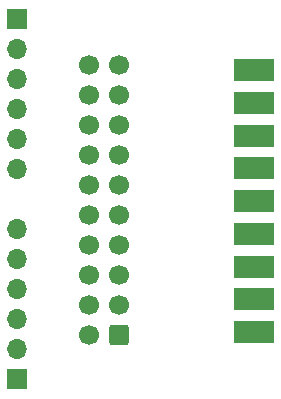
<source format=gbr>
%TF.GenerationSoftware,KiCad,Pcbnew,8.0.5*%
%TF.CreationDate,2024-12-10T05:35:49-08:00*%
%TF.ProjectId,SmartPortAdapter,536d6172-7450-46f7-9274-416461707465,1*%
%TF.SameCoordinates,Original*%
%TF.FileFunction,Soldermask,Bot*%
%TF.FilePolarity,Negative*%
%FSLAX46Y46*%
G04 Gerber Fmt 4.6, Leading zero omitted, Abs format (unit mm)*
G04 Created by KiCad (PCBNEW 8.0.5) date 2024-12-10 05:35:49*
%MOMM*%
%LPD*%
G01*
G04 APERTURE LIST*
G04 Aperture macros list*
%AMRoundRect*
0 Rectangle with rounded corners*
0 $1 Rounding radius*
0 $2 $3 $4 $5 $6 $7 $8 $9 X,Y pos of 4 corners*
0 Add a 4 corners polygon primitive as box body*
4,1,4,$2,$3,$4,$5,$6,$7,$8,$9,$2,$3,0*
0 Add four circle primitives for the rounded corners*
1,1,$1+$1,$2,$3*
1,1,$1+$1,$4,$5*
1,1,$1+$1,$6,$7*
1,1,$1+$1,$8,$9*
0 Add four rect primitives between the rounded corners*
20,1,$1+$1,$2,$3,$4,$5,0*
20,1,$1+$1,$4,$5,$6,$7,0*
20,1,$1+$1,$6,$7,$8,$9,0*
20,1,$1+$1,$8,$9,$2,$3,0*%
G04 Aperture macros list end*
%ADD10RoundRect,0.250000X0.600000X0.600000X-0.600000X0.600000X-0.600000X-0.600000X0.600000X-0.600000X0*%
%ADD11C,1.700000*%
%ADD12R,1.700000X1.700000*%
%ADD13O,1.700000X1.700000*%
%ADD14R,3.480000X1.846667*%
G04 APERTURE END LIST*
D10*
%TO.C,J1*%
X155250000Y-108225000D03*
D11*
X152710000Y-108225000D03*
X155250000Y-105685000D03*
X152710000Y-105685000D03*
X155250000Y-103145000D03*
X152710000Y-103145000D03*
X155250000Y-100605000D03*
X152710000Y-100605000D03*
X155250000Y-98065000D03*
X152710000Y-98065000D03*
X155250000Y-95525000D03*
X152710000Y-95525000D03*
X155250000Y-92985000D03*
X152710000Y-92985000D03*
X155250000Y-90445000D03*
X152710000Y-90445000D03*
X155250000Y-87905000D03*
X152710000Y-87905000D03*
X155250000Y-85365000D03*
X152710000Y-85365000D03*
%TD*%
D12*
%TO.C,J3*%
X146600000Y-112000000D03*
D13*
X146600000Y-109460000D03*
X146600000Y-106920000D03*
X146600000Y-104380000D03*
X146600000Y-101840000D03*
X146600000Y-99300000D03*
%TD*%
D12*
%TO.C,J2*%
X146600000Y-81500000D03*
D13*
X146600000Y-84040000D03*
X146600000Y-86580000D03*
X146600000Y-89120000D03*
X146600000Y-91660000D03*
X146600000Y-94200000D03*
%TD*%
D14*
%TO.C,U1*%
X166700000Y-107980000D03*
X166700000Y-105210000D03*
X166700000Y-102440000D03*
X166700000Y-99670000D03*
X166700000Y-96900000D03*
X166700000Y-94130000D03*
X166700000Y-91360000D03*
X166700000Y-88590000D03*
X166700000Y-85820000D03*
%TD*%
M02*

</source>
